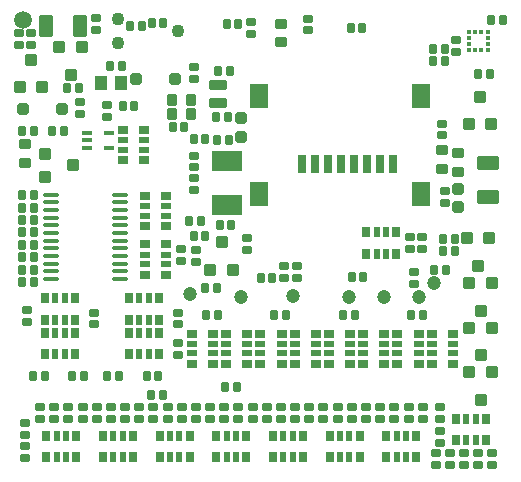
<source format=gbs>
G04*
G04 #@! TF.GenerationSoftware,Altium Limited,Altium Designer,22.11.1 (43)*
G04*
G04 Layer_Color=16711935*
%FSLAX25Y25*%
%MOIN*%
G70*
G04*
G04 #@! TF.SameCoordinates,A6378206-AED9-4D2D-974D-CF2DF6B381A6*
G04*
G04*
G04 #@! TF.FilePolarity,Negative*
G04*
G01*
G75*
G04:AMPARAMS|DCode=57|XSize=39.37mil|YSize=41.34mil|CornerRadius=5.51mil|HoleSize=0mil|Usage=FLASHONLY|Rotation=90.000|XOffset=0mil|YOffset=0mil|HoleType=Round|Shape=RoundedRectangle|*
%AMROUNDEDRECTD57*
21,1,0.03937,0.03032,0,0,90.0*
21,1,0.02835,0.04134,0,0,90.0*
1,1,0.01102,0.01516,0.01417*
1,1,0.01102,0.01516,-0.01417*
1,1,0.01102,-0.01516,-0.01417*
1,1,0.01102,-0.01516,0.01417*
%
%ADD57ROUNDEDRECTD57*%
G04:AMPARAMS|DCode=58|XSize=39.37mil|YSize=41.34mil|CornerRadius=5.51mil|HoleSize=0mil|Usage=FLASHONLY|Rotation=90.000|XOffset=0mil|YOffset=0mil|HoleType=Round|Shape=RoundedRectangle|*
%AMROUNDEDRECTD58*
21,1,0.03937,0.03032,0,0,90.0*
21,1,0.02835,0.04134,0,0,90.0*
1,1,0.01102,0.01516,0.01417*
1,1,0.01102,0.01516,-0.01417*
1,1,0.01102,-0.01516,-0.01417*
1,1,0.01102,-0.01516,0.01417*
%
%ADD58ROUNDEDRECTD58*%
G04:AMPARAMS|DCode=65|XSize=31.5mil|YSize=27.56mil|CornerRadius=4.33mil|HoleSize=0mil|Usage=FLASHONLY|Rotation=180.000|XOffset=0mil|YOffset=0mil|HoleType=Round|Shape=RoundedRectangle|*
%AMROUNDEDRECTD65*
21,1,0.03150,0.01890,0,0,180.0*
21,1,0.02284,0.02756,0,0,180.0*
1,1,0.00866,-0.01142,0.00945*
1,1,0.00866,0.01142,0.00945*
1,1,0.00866,0.01142,-0.00945*
1,1,0.00866,-0.01142,-0.00945*
%
%ADD65ROUNDEDRECTD65*%
G04:AMPARAMS|DCode=69|XSize=29.53mil|YSize=35.43mil|CornerRadius=4.53mil|HoleSize=0mil|Usage=FLASHONLY|Rotation=90.000|XOffset=0mil|YOffset=0mil|HoleType=Round|Shape=RoundedRectangle|*
%AMROUNDEDRECTD69*
21,1,0.02953,0.02638,0,0,90.0*
21,1,0.02047,0.03543,0,0,90.0*
1,1,0.00906,0.01319,0.01024*
1,1,0.00906,0.01319,-0.01024*
1,1,0.00906,-0.01319,-0.01024*
1,1,0.00906,-0.01319,0.01024*
%
%ADD69ROUNDEDRECTD69*%
G04:AMPARAMS|DCode=70|XSize=21.65mil|YSize=35.43mil|CornerRadius=3.74mil|HoleSize=0mil|Usage=FLASHONLY|Rotation=90.000|XOffset=0mil|YOffset=0mil|HoleType=Round|Shape=RoundedRectangle|*
%AMROUNDEDRECTD70*
21,1,0.02165,0.02795,0,0,90.0*
21,1,0.01417,0.03543,0,0,90.0*
1,1,0.00748,0.01398,0.00709*
1,1,0.00748,0.01398,-0.00709*
1,1,0.00748,-0.01398,-0.00709*
1,1,0.00748,-0.01398,0.00709*
%
%ADD70ROUNDEDRECTD70*%
G04:AMPARAMS|DCode=74|XSize=16.54mil|YSize=35.43mil|CornerRadius=3.23mil|HoleSize=0mil|Usage=FLASHONLY|Rotation=90.000|XOffset=0mil|YOffset=0mil|HoleType=Round|Shape=RoundedRectangle|*
%AMROUNDEDRECTD74*
21,1,0.01654,0.02898,0,0,90.0*
21,1,0.01008,0.03543,0,0,90.0*
1,1,0.00646,0.01449,0.00504*
1,1,0.00646,0.01449,-0.00504*
1,1,0.00646,-0.01449,-0.00504*
1,1,0.00646,-0.01449,0.00504*
%
%ADD74ROUNDEDRECTD74*%
G04:AMPARAMS|DCode=80|XSize=31.5mil|YSize=27.56mil|CornerRadius=4.33mil|HoleSize=0mil|Usage=FLASHONLY|Rotation=90.000|XOffset=0mil|YOffset=0mil|HoleType=Round|Shape=RoundedRectangle|*
%AMROUNDEDRECTD80*
21,1,0.03150,0.01890,0,0,90.0*
21,1,0.02284,0.02756,0,0,90.0*
1,1,0.00866,0.00945,0.01142*
1,1,0.00866,0.00945,-0.01142*
1,1,0.00866,-0.00945,-0.01142*
1,1,0.00866,-0.00945,0.01142*
%
%ADD80ROUNDEDRECTD80*%
%ADD81C,0.04294*%
%ADD82C,0.04724*%
%ADD83C,0.05906*%
G04:AMPARAMS|DCode=112|XSize=39.76mil|YSize=37.4mil|CornerRadius=5.32mil|HoleSize=0mil|Usage=FLASHONLY|Rotation=0.000|XOffset=0mil|YOffset=0mil|HoleType=Round|Shape=RoundedRectangle|*
%AMROUNDEDRECTD112*
21,1,0.03976,0.02677,0,0,0.0*
21,1,0.02913,0.03740,0,0,0.0*
1,1,0.01063,0.01457,-0.01339*
1,1,0.01063,-0.01457,-0.01339*
1,1,0.01063,-0.01457,0.01339*
1,1,0.01063,0.01457,0.01339*
%
%ADD112ROUNDEDRECTD112*%
G04:AMPARAMS|DCode=113|XSize=39.37mil|YSize=41.34mil|CornerRadius=5.51mil|HoleSize=0mil|Usage=FLASHONLY|Rotation=180.000|XOffset=0mil|YOffset=0mil|HoleType=Round|Shape=RoundedRectangle|*
%AMROUNDEDRECTD113*
21,1,0.03937,0.03032,0,0,180.0*
21,1,0.02835,0.04134,0,0,180.0*
1,1,0.01102,-0.01417,0.01516*
1,1,0.01102,0.01417,0.01516*
1,1,0.01102,0.01417,-0.01516*
1,1,0.01102,-0.01417,-0.01516*
%
%ADD113ROUNDEDRECTD113*%
G04:AMPARAMS|DCode=114|XSize=39.37mil|YSize=41.34mil|CornerRadius=5.51mil|HoleSize=0mil|Usage=FLASHONLY|Rotation=180.000|XOffset=0mil|YOffset=0mil|HoleType=Round|Shape=RoundedRectangle|*
%AMROUNDEDRECTD114*
21,1,0.03937,0.03032,0,0,180.0*
21,1,0.02835,0.04134,0,0,180.0*
1,1,0.01102,-0.01417,0.01516*
1,1,0.01102,0.01417,0.01516*
1,1,0.01102,0.01417,-0.01516*
1,1,0.01102,-0.01417,-0.01516*
%
%ADD114ROUNDEDRECTD114*%
%ADD115R,0.04331X0.04724*%
G04:AMPARAMS|DCode=116|XSize=74.8mil|YSize=49.21mil|CornerRadius=6.5mil|HoleSize=0mil|Usage=FLASHONLY|Rotation=0.000|XOffset=0mil|YOffset=0mil|HoleType=Round|Shape=RoundedRectangle|*
%AMROUNDEDRECTD116*
21,1,0.07480,0.03622,0,0,0.0*
21,1,0.06181,0.04921,0,0,0.0*
1,1,0.01299,0.03091,-0.01811*
1,1,0.01299,-0.03091,-0.01811*
1,1,0.01299,-0.03091,0.01811*
1,1,0.01299,0.03091,0.01811*
%
%ADD116ROUNDEDRECTD116*%
G04:AMPARAMS|DCode=117|XSize=62.99mil|YSize=29.53mil|CornerRadius=4.53mil|HoleSize=0mil|Usage=FLASHONLY|Rotation=90.000|XOffset=0mil|YOffset=0mil|HoleType=Round|Shape=RoundedRectangle|*
%AMROUNDEDRECTD117*
21,1,0.06299,0.02047,0,0,90.0*
21,1,0.05394,0.02953,0,0,90.0*
1,1,0.00906,0.01024,0.02697*
1,1,0.00906,0.01024,-0.02697*
1,1,0.00906,-0.01024,-0.02697*
1,1,0.00906,-0.01024,0.02697*
%
%ADD117ROUNDEDRECTD117*%
G04:AMPARAMS|DCode=118|XSize=82.68mil|YSize=61.02mil|CornerRadius=7.68mil|HoleSize=0mil|Usage=FLASHONLY|Rotation=90.000|XOffset=0mil|YOffset=0mil|HoleType=Round|Shape=RoundedRectangle|*
%AMROUNDEDRECTD118*
21,1,0.08268,0.04567,0,0,90.0*
21,1,0.06732,0.06102,0,0,90.0*
1,1,0.01535,0.02284,0.03366*
1,1,0.01535,0.02284,-0.03366*
1,1,0.01535,-0.02284,-0.03366*
1,1,0.01535,-0.02284,0.03366*
%
%ADD118ROUNDEDRECTD118*%
%ADD119R,0.09843X0.07087*%
G04:AMPARAMS|DCode=120|XSize=29.53mil|YSize=35.43mil|CornerRadius=4.53mil|HoleSize=0mil|Usage=FLASHONLY|Rotation=0.000|XOffset=0mil|YOffset=0mil|HoleType=Round|Shape=RoundedRectangle|*
%AMROUNDEDRECTD120*
21,1,0.02953,0.02638,0,0,0.0*
21,1,0.02047,0.03543,0,0,0.0*
1,1,0.00906,0.01024,-0.01319*
1,1,0.00906,-0.01024,-0.01319*
1,1,0.00906,-0.01024,0.01319*
1,1,0.00906,0.01024,0.01319*
%
%ADD120ROUNDEDRECTD120*%
G04:AMPARAMS|DCode=121|XSize=21.65mil|YSize=35.43mil|CornerRadius=3.74mil|HoleSize=0mil|Usage=FLASHONLY|Rotation=0.000|XOffset=0mil|YOffset=0mil|HoleType=Round|Shape=RoundedRectangle|*
%AMROUNDEDRECTD121*
21,1,0.02165,0.02795,0,0,0.0*
21,1,0.01417,0.03543,0,0,0.0*
1,1,0.00748,0.00709,-0.01398*
1,1,0.00748,-0.00709,-0.01398*
1,1,0.00748,-0.00709,0.01398*
1,1,0.00748,0.00709,0.01398*
%
%ADD121ROUNDEDRECTD121*%
G04:AMPARAMS|DCode=122|XSize=31.5mil|YSize=40.16mil|CornerRadius=4.72mil|HoleSize=0mil|Usage=FLASHONLY|Rotation=90.000|XOffset=0mil|YOffset=0mil|HoleType=Round|Shape=RoundedRectangle|*
%AMROUNDEDRECTD122*
21,1,0.03150,0.03071,0,0,90.0*
21,1,0.02205,0.04016,0,0,90.0*
1,1,0.00945,0.01535,0.01102*
1,1,0.00945,0.01535,-0.01102*
1,1,0.00945,-0.01535,-0.01102*
1,1,0.00945,-0.01535,0.01102*
%
%ADD122ROUNDEDRECTD122*%
G04:AMPARAMS|DCode=123|XSize=31.5mil|YSize=59.06mil|CornerRadius=4.72mil|HoleSize=0mil|Usage=FLASHONLY|Rotation=270.000|XOffset=0mil|YOffset=0mil|HoleType=Round|Shape=RoundedRectangle|*
%AMROUNDEDRECTD123*
21,1,0.03150,0.04961,0,0,270.0*
21,1,0.02205,0.05906,0,0,270.0*
1,1,0.00945,-0.02480,-0.01102*
1,1,0.00945,-0.02480,0.01102*
1,1,0.00945,0.02480,0.01102*
1,1,0.00945,0.02480,-0.01102*
%
%ADD123ROUNDEDRECTD123*%
G04:AMPARAMS|DCode=124|XSize=31.5mil|YSize=40.16mil|CornerRadius=4.72mil|HoleSize=0mil|Usage=FLASHONLY|Rotation=0.000|XOffset=0mil|YOffset=0mil|HoleType=Round|Shape=RoundedRectangle|*
%AMROUNDEDRECTD124*
21,1,0.03150,0.03071,0,0,0.0*
21,1,0.02205,0.04016,0,0,0.0*
1,1,0.00945,0.01102,-0.01535*
1,1,0.00945,-0.01102,-0.01535*
1,1,0.00945,-0.01102,0.01535*
1,1,0.00945,0.01102,0.01535*
%
%ADD124ROUNDEDRECTD124*%
G04:AMPARAMS|DCode=125|XSize=74.8mil|YSize=49.21mil|CornerRadius=6.5mil|HoleSize=0mil|Usage=FLASHONLY|Rotation=90.000|XOffset=0mil|YOffset=0mil|HoleType=Round|Shape=RoundedRectangle|*
%AMROUNDEDRECTD125*
21,1,0.07480,0.03622,0,0,90.0*
21,1,0.06181,0.04921,0,0,90.0*
1,1,0.01299,0.01811,0.03091*
1,1,0.01299,0.01811,-0.03091*
1,1,0.01299,-0.01811,-0.03091*
1,1,0.01299,-0.01811,0.03091*
%
%ADD125ROUNDEDRECTD125*%
G04:AMPARAMS|DCode=126|XSize=37.4mil|YSize=37.4mil|CornerRadius=5.32mil|HoleSize=0mil|Usage=FLASHONLY|Rotation=270.000|XOffset=0mil|YOffset=0mil|HoleType=Round|Shape=RoundedRectangle|*
%AMROUNDEDRECTD126*
21,1,0.03740,0.02677,0,0,270.0*
21,1,0.02677,0.03740,0,0,270.0*
1,1,0.01063,-0.01339,-0.01339*
1,1,0.01063,-0.01339,0.01339*
1,1,0.01063,0.01339,0.01339*
1,1,0.01063,0.01339,-0.01339*
%
%ADD126ROUNDEDRECTD126*%
%ADD127O,0.05354X0.01378*%
%ADD128R,0.01378X0.01772*%
%ADD129R,0.01772X0.01378*%
D57*
X11615Y101242D02*
D03*
X20867Y104982D02*
D03*
D58*
X11615Y108723D02*
D03*
D65*
X28642Y154134D02*
D03*
Y150197D02*
D03*
X61825Y76772D02*
D03*
Y72835D02*
D03*
X78730Y76700D02*
D03*
Y80637D02*
D03*
X56693Y73228D02*
D03*
Y77165D02*
D03*
X5499Y52879D02*
D03*
Y56816D02*
D03*
X32283Y125197D02*
D03*
Y121260D02*
D03*
X23228Y125984D02*
D03*
Y122047D02*
D03*
X2756Y145079D02*
D03*
Y149016D02*
D03*
X134646Y69291D02*
D03*
Y65354D02*
D03*
X61024Y133858D02*
D03*
Y137795D02*
D03*
X91241Y67421D02*
D03*
Y71358D02*
D03*
X80216Y148721D02*
D03*
Y152657D02*
D03*
X133071Y81102D02*
D03*
Y77165D02*
D03*
X137008Y81102D02*
D03*
Y77165D02*
D03*
X6890Y145079D02*
D03*
Y149016D02*
D03*
X144685Y96457D02*
D03*
Y92520D02*
D03*
X143701Y118898D02*
D03*
Y114961D02*
D03*
X95571Y67421D02*
D03*
Y71358D02*
D03*
X99213Y153937D02*
D03*
Y150000D02*
D03*
X61024Y104331D02*
D03*
Y108268D02*
D03*
Y100787D02*
D03*
Y96850D02*
D03*
X47638Y24409D02*
D03*
Y20472D02*
D03*
X52362Y24409D02*
D03*
Y20472D02*
D03*
X57087Y24409D02*
D03*
Y20472D02*
D03*
X61811Y24409D02*
D03*
Y20472D02*
D03*
X146457Y5118D02*
D03*
Y9055D02*
D03*
X151181D02*
D03*
Y5118D02*
D03*
X155905D02*
D03*
Y9055D02*
D03*
X160630Y5118D02*
D03*
Y9055D02*
D03*
X27756Y51968D02*
D03*
Y55905D02*
D03*
X55709Y51968D02*
D03*
Y55905D02*
D03*
X24016Y24409D02*
D03*
Y20472D02*
D03*
X19292Y24409D02*
D03*
Y20472D02*
D03*
X14567Y24409D02*
D03*
Y20472D02*
D03*
X9843Y24409D02*
D03*
Y20472D02*
D03*
X42914Y24409D02*
D03*
Y20472D02*
D03*
X38189Y24409D02*
D03*
Y20472D02*
D03*
X33465Y24409D02*
D03*
Y20472D02*
D03*
X28740Y24409D02*
D03*
Y20472D02*
D03*
X80709Y24409D02*
D03*
Y20472D02*
D03*
X75985Y24409D02*
D03*
Y20472D02*
D03*
X71260Y24409D02*
D03*
Y20472D02*
D03*
X66536Y24409D02*
D03*
Y20472D02*
D03*
X99607D02*
D03*
Y24409D02*
D03*
X94882D02*
D03*
Y20472D02*
D03*
X90158Y24409D02*
D03*
Y20472D02*
D03*
X85433Y24409D02*
D03*
Y20472D02*
D03*
X118504Y24409D02*
D03*
Y20472D02*
D03*
X113780Y24409D02*
D03*
Y20472D02*
D03*
X109055Y24409D02*
D03*
Y20472D02*
D03*
X104331Y24409D02*
D03*
Y20472D02*
D03*
X132677Y24409D02*
D03*
Y20472D02*
D03*
X127953Y24409D02*
D03*
Y20472D02*
D03*
X123228Y24409D02*
D03*
Y20472D02*
D03*
X4724Y15157D02*
D03*
Y19094D02*
D03*
X141733Y9055D02*
D03*
Y5118D02*
D03*
X55709Y41732D02*
D03*
Y45669D02*
D03*
X143307Y20472D02*
D03*
Y24409D02*
D03*
X4724Y7480D02*
D03*
Y11417D02*
D03*
X143307Y16535D02*
D03*
Y12598D02*
D03*
X148425Y146850D02*
D03*
Y142913D02*
D03*
X137402Y24409D02*
D03*
Y20472D02*
D03*
D69*
X37402Y116831D02*
D03*
X44488D02*
D03*
X44488Y106791D02*
D03*
X37402D02*
D03*
X51969Y68602D02*
D03*
X44882D02*
D03*
Y78642D02*
D03*
X51969D02*
D03*
Y84744D02*
D03*
X44882D02*
D03*
Y94784D02*
D03*
X51969D02*
D03*
X147441Y48917D02*
D03*
X140354D02*
D03*
Y38878D02*
D03*
X147441Y38878D02*
D03*
X128937Y38878D02*
D03*
X136024D02*
D03*
Y48917D02*
D03*
X128937Y48917D02*
D03*
X78937Y48917D02*
D03*
X71851D02*
D03*
Y38878D02*
D03*
X78937D02*
D03*
X60433Y38878D02*
D03*
X67520Y38878D02*
D03*
Y48917D02*
D03*
X60433D02*
D03*
X101772Y48917D02*
D03*
X94685Y48917D02*
D03*
X94685Y38878D02*
D03*
X101772D02*
D03*
X83268Y38878D02*
D03*
X90355Y38878D02*
D03*
Y48917D02*
D03*
X83268D02*
D03*
X124607Y48917D02*
D03*
X117520Y48917D02*
D03*
X117520Y38878D02*
D03*
X124607D02*
D03*
X106103Y38878D02*
D03*
X113189Y38878D02*
D03*
Y48917D02*
D03*
X106103D02*
D03*
D70*
X44488Y110236D02*
D03*
Y113386D02*
D03*
X37402Y113386D02*
D03*
X37402Y110236D02*
D03*
X44882Y75197D02*
D03*
Y72047D02*
D03*
X51969D02*
D03*
Y75197D02*
D03*
X44882Y91339D02*
D03*
Y88189D02*
D03*
X51969D02*
D03*
Y91339D02*
D03*
X147441Y45472D02*
D03*
Y42323D02*
D03*
X140354D02*
D03*
Y45472D02*
D03*
X128937Y42323D02*
D03*
Y45472D02*
D03*
X136024D02*
D03*
Y42323D02*
D03*
X78937Y45472D02*
D03*
Y42323D02*
D03*
X71851D02*
D03*
Y45472D02*
D03*
X60433Y42323D02*
D03*
Y45472D02*
D03*
X67520D02*
D03*
Y42323D02*
D03*
X101772Y45472D02*
D03*
Y42323D02*
D03*
X94685D02*
D03*
Y45472D02*
D03*
X83268Y42323D02*
D03*
X83268Y45472D02*
D03*
X90355Y45472D02*
D03*
Y42323D02*
D03*
X124607Y45472D02*
D03*
Y42323D02*
D03*
X117520D02*
D03*
Y45472D02*
D03*
X106103Y42323D02*
D03*
X106103Y45472D02*
D03*
X113189Y45472D02*
D03*
Y42323D02*
D03*
D74*
X25394Y110827D02*
D03*
Y113386D02*
D03*
Y115945D02*
D03*
X32874D02*
D03*
Y110827D02*
D03*
D80*
X43701Y151378D02*
D03*
X39764D02*
D03*
X159843Y135433D02*
D03*
X155905D02*
D03*
X18743Y130809D02*
D03*
X22680D02*
D03*
X41339Y124803D02*
D03*
X37402D02*
D03*
X141339Y70079D02*
D03*
X145276D02*
D03*
X72047Y151969D02*
D03*
X75984D02*
D03*
X140748Y139764D02*
D03*
X144685D02*
D03*
X113386Y150787D02*
D03*
X117323D02*
D03*
X68910Y63978D02*
D03*
X64973D02*
D03*
X59646Y86614D02*
D03*
X63583D02*
D03*
X69685Y85039D02*
D03*
X73622D02*
D03*
X68898Y113386D02*
D03*
X72835D02*
D03*
X164173Y153543D02*
D03*
X160236D02*
D03*
X50984Y152559D02*
D03*
X47047D02*
D03*
X33071Y138189D02*
D03*
X37008D02*
D03*
X144095Y76378D02*
D03*
X148032D02*
D03*
X144095Y80315D02*
D03*
X148032D02*
D03*
X144685Y143701D02*
D03*
X140748D02*
D03*
X117618Y67815D02*
D03*
X113681D02*
D03*
X61024Y113779D02*
D03*
X64961D02*
D03*
X61024Y81299D02*
D03*
X64961D02*
D03*
X69291Y136614D02*
D03*
X73228D02*
D03*
X68504Y121260D02*
D03*
X72441D02*
D03*
X83366Y67421D02*
D03*
X87303D02*
D03*
X54035Y117815D02*
D03*
X57972D02*
D03*
X137599Y55118D02*
D03*
X133662D02*
D03*
X69095D02*
D03*
X65158D02*
D03*
X91929D02*
D03*
X87992D02*
D03*
X114764D02*
D03*
X110827D02*
D03*
X75591Y31102D02*
D03*
X71654D02*
D03*
X20539Y34646D02*
D03*
X24476D02*
D03*
X11350Y34646D02*
D03*
X7413D02*
D03*
X45343Y34646D02*
D03*
X49280D02*
D03*
X36154Y34646D02*
D03*
X32217D02*
D03*
X7874Y116535D02*
D03*
X3937D02*
D03*
X13780D02*
D03*
X17717D02*
D03*
X50788Y28346D02*
D03*
X46851D02*
D03*
X3937Y66142D02*
D03*
X7874D02*
D03*
X3937Y78543D02*
D03*
X7874D02*
D03*
X3937Y82677D02*
D03*
X7874D02*
D03*
X3937Y90945D02*
D03*
X7874D02*
D03*
X3937Y86811D02*
D03*
X7874D02*
D03*
X3937Y95079D02*
D03*
X7874D02*
D03*
X3937Y74410D02*
D03*
X7874D02*
D03*
X3937Y70276D02*
D03*
X7874D02*
D03*
D81*
X55748Y149941D02*
D03*
X35748Y145941D02*
D03*
Y153941D02*
D03*
D82*
X94095Y61417D02*
D03*
X141339Y65748D02*
D03*
X136221Y61024D02*
D03*
X124409D02*
D03*
X112992Y61024D02*
D03*
X76772Y61024D02*
D03*
X59842Y62205D02*
D03*
D83*
X4331Y153543D02*
D03*
D112*
X4331Y123622D02*
D03*
X17323Y123622D02*
D03*
X41732Y133858D02*
D03*
X54725D02*
D03*
D113*
X74151Y70120D02*
D03*
X70411Y79372D02*
D03*
X160320Y118619D02*
D03*
X156580Y127871D02*
D03*
X10630Y130984D02*
D03*
X6890Y140236D02*
D03*
X16339Y144409D02*
D03*
X20079Y135158D02*
D03*
X152953Y36024D02*
D03*
X156693Y26772D02*
D03*
Y41667D02*
D03*
X152953Y50919D02*
D03*
Y65814D02*
D03*
X156693Y56562D02*
D03*
X152166Y80709D02*
D03*
X155906Y71457D02*
D03*
D114*
X66671Y70120D02*
D03*
X152840Y118619D02*
D03*
X3150Y130984D02*
D03*
X23819Y144410D02*
D03*
X160433Y36024D02*
D03*
Y50919D02*
D03*
Y65814D02*
D03*
X159646Y80709D02*
D03*
D115*
X36811Y132283D02*
D03*
X30118D02*
D03*
D116*
X159055Y94488D02*
D03*
Y105905D02*
D03*
D117*
X97126Y105524D02*
D03*
X101457D02*
D03*
X105788D02*
D03*
X110118D02*
D03*
X114449D02*
D03*
X118780D02*
D03*
X123111D02*
D03*
X127441D02*
D03*
D118*
X136811Y95288D02*
D03*
Y127965D02*
D03*
X82678D02*
D03*
Y95288D02*
D03*
D119*
X72048Y106496D02*
D03*
X72048Y91929D02*
D03*
D120*
X118603Y82677D02*
D03*
X118603Y75591D02*
D03*
X128642D02*
D03*
Y82677D02*
D03*
X49705Y7677D02*
D03*
Y14764D02*
D03*
X59744D02*
D03*
Y7677D02*
D03*
X21555Y42126D02*
D03*
X21555Y49213D02*
D03*
X11516Y49213D02*
D03*
X11516Y42126D02*
D03*
Y60630D02*
D03*
X11516Y53543D02*
D03*
X21555D02*
D03*
Y60630D02*
D03*
X49508Y42126D02*
D03*
Y49213D02*
D03*
X39469Y49213D02*
D03*
X39469Y42126D02*
D03*
X39469Y60630D02*
D03*
Y53543D02*
D03*
X49508D02*
D03*
Y60630D02*
D03*
X11910Y7677D02*
D03*
X11910Y14764D02*
D03*
X21949D02*
D03*
X21949Y7677D02*
D03*
X30807D02*
D03*
Y14764D02*
D03*
X40846D02*
D03*
X40846Y7677D02*
D03*
X68602D02*
D03*
X68602Y14764D02*
D03*
X78642D02*
D03*
Y7677D02*
D03*
X87500D02*
D03*
X87500Y14764D02*
D03*
X97540Y14764D02*
D03*
Y7677D02*
D03*
X106398D02*
D03*
X106398Y14764D02*
D03*
X116437D02*
D03*
Y7677D02*
D03*
X125295D02*
D03*
Y14764D02*
D03*
X135335Y14764D02*
D03*
X135335Y7677D02*
D03*
X158563Y13386D02*
D03*
Y20472D02*
D03*
X148524D02*
D03*
X148524Y13386D02*
D03*
D121*
X122047Y82677D02*
D03*
X125197D02*
D03*
Y75591D02*
D03*
X122047D02*
D03*
X56299Y14764D02*
D03*
X53150D02*
D03*
Y7677D02*
D03*
X56299D02*
D03*
X18110Y42126D02*
D03*
X14961Y42126D02*
D03*
Y49213D02*
D03*
X18110D02*
D03*
X14961Y60630D02*
D03*
X18110Y60630D02*
D03*
X18110Y53543D02*
D03*
X14961D02*
D03*
X46063Y42126D02*
D03*
X42913D02*
D03*
Y49213D02*
D03*
X46063Y49213D02*
D03*
X42914Y60630D02*
D03*
X46063D02*
D03*
Y53543D02*
D03*
X42914D02*
D03*
X18504Y14764D02*
D03*
X15355D02*
D03*
Y7677D02*
D03*
X18504D02*
D03*
X37402Y14764D02*
D03*
X34252Y14764D02*
D03*
Y7677D02*
D03*
X37402D02*
D03*
X75197Y14764D02*
D03*
X72047D02*
D03*
Y7677D02*
D03*
X75197D02*
D03*
X94095Y14764D02*
D03*
X90945Y14764D02*
D03*
Y7677D02*
D03*
X94095D02*
D03*
X112992Y14764D02*
D03*
X109843D02*
D03*
Y7677D02*
D03*
X112992D02*
D03*
X131890Y14764D02*
D03*
X128740Y14764D02*
D03*
Y7677D02*
D03*
X131890D02*
D03*
X155118Y13386D02*
D03*
X151969D02*
D03*
Y20472D02*
D03*
X155118D02*
D03*
D122*
X143701Y110236D02*
D03*
Y103937D02*
D03*
X90059Y145965D02*
D03*
Y152264D02*
D03*
X4725Y112205D02*
D03*
X4725Y105905D02*
D03*
X149213Y102756D02*
D03*
Y109055D02*
D03*
D123*
X69291Y131693D02*
D03*
Y125787D02*
D03*
D124*
X60237Y126772D02*
D03*
X53937Y126772D02*
D03*
X60237Y122146D02*
D03*
X53937D02*
D03*
D125*
X11811Y151378D02*
D03*
X23228D02*
D03*
D126*
X149213Y91024D02*
D03*
Y97244D02*
D03*
X76772Y120827D02*
D03*
Y114606D02*
D03*
D127*
X13622Y67126D02*
D03*
Y69685D02*
D03*
Y72244D02*
D03*
Y74803D02*
D03*
Y77362D02*
D03*
Y79921D02*
D03*
Y82480D02*
D03*
Y85039D02*
D03*
Y87598D02*
D03*
Y90158D02*
D03*
Y92716D02*
D03*
Y95276D02*
D03*
X36615Y67126D02*
D03*
Y69685D02*
D03*
Y72244D02*
D03*
Y74803D02*
D03*
Y77362D02*
D03*
Y79921D02*
D03*
Y82480D02*
D03*
Y85039D02*
D03*
Y87598D02*
D03*
Y90158D02*
D03*
Y92716D02*
D03*
Y95276D02*
D03*
D128*
X156890Y143307D02*
D03*
X154922D02*
D03*
Y149606D02*
D03*
X156890D02*
D03*
D129*
X152756Y143504D02*
D03*
Y145473D02*
D03*
Y147441D02*
D03*
Y149409D02*
D03*
X159056Y143504D02*
D03*
Y149409D02*
D03*
Y145473D02*
D03*
Y147441D02*
D03*
M02*

</source>
